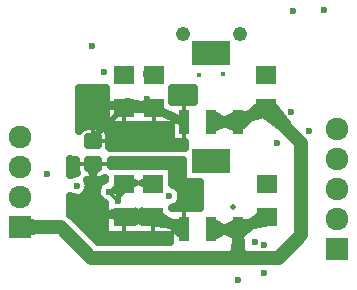
<source format=gbr>
G04 DipTrace 4.3.0.3*
G04 GBL.gbr*
%MOMM*%
G04 #@! TF.FileFunction,Copper,L4,Bot*
G04 #@! TF.Part,Single*
%AMOUTLINE6*
4,1,28,
-0.50303,0.64998,
0.50297,0.65002,
0.5669,0.64161,
0.62648,0.61693,
0.67763,0.57768,
0.71689,0.52653,
0.74156,0.46696,
0.74998,0.40303,
0.75002,-0.40297,
0.7416,-0.4669,
0.71693,-0.52647,
0.67768,-0.57763,
0.62652,-0.61688,
0.56695,-0.64156,
0.50303,-0.64998,
-0.50297,-0.65002,
-0.5669,-0.64161,
-0.62648,-0.61693,
-0.67763,-0.57768,
-0.71689,-0.52653,
-0.74156,-0.46696,
-0.74998,-0.40303,
-0.75002,0.40297,
-0.7416,0.4669,
-0.71693,0.52647,
-0.67768,0.57763,
-0.62652,0.61688,
-0.56695,0.64156,
-0.50303,0.64998,
0*%
G04 #@! TA.AperFunction,ViaPad*
%ADD16C,0.45*%
G04 #@! TA.AperFunction,Conductor*
%ADD17C,0.8*%
G04 #@! TA.AperFunction,ViaPad*
%ADD18C,0.5*%
G04 #@! TA.AperFunction,Conductor*
%ADD19C,0.35*%
%ADD20C,1.2*%
%ADD21C,0.95*%
G04 #@! TA.AperFunction,CopperBalancing*
%ADD22C,0.635*%
%ADD23C,0.33*%
G04 #@! TA.AperFunction,ComponentPad*
%ADD25R,1.92X1.92*%
%ADD26C,1.92*%
%ADD27R,1.8X1.6*%
%ADD29R,0.95X2.15*%
%ADD30R,3.25X2.15*%
G04 #@! TA.AperFunction,ComponentPad*
%ADD31C,1.2192*%
G04 #@! TA.AperFunction,ViaPad*
%ADD32C,0.6*%
%ADD51OUTLINE6*%
%FSLAX35Y35*%
G04*
G71*
G90*
G75*
G01*
G04 Bottom*
%LPD*%
G36*
X2467860Y1615477D2*
X2527500Y1615397D1*
X2531967Y1613780D1*
Y1465367D1*
X2527500Y1466987D1*
X2438390Y1541103D1*
X2467860Y1615477D1*
G37*
G36*
X2459643Y1532680D2*
X2296253Y1555000D1*
X2287887Y1558313D1*
X2391637Y1673823D1*
X2400003Y1670507D1*
X2489113Y1607057D1*
X2459643Y1532680D1*
G37*
X2575000Y1530000D2*
D17*
X2334137Y1625437D1*
X2310003Y1635000D1*
G36*
X2240000Y1595000D2*
X2160000Y1554997D1*
X2080000Y1635000D1*
X2160000Y1715003D1*
X2240000Y1675000D1*
Y1595000D1*
G37*
G36*
X2140003Y1675000D2*
X2220003Y1715000D1*
X2310003Y1635000D1*
X2229003Y1555000D1*
X2220003D1*
X2140003Y1595000D1*
Y1675000D1*
G37*
X2070000Y1635000D2*
D17*
X2140000D1*
X2310003D1*
G36*
X1780000Y1970000D2*
X1755000Y2020000D1*
Y2026500D1*
X1855000D1*
Y2020000D1*
X1830000Y1970000D1*
X1780000D1*
G37*
G36*
X1930000Y1695000D2*
X1980000Y1700323D1*
X1988663Y1697883D1*
Y1604130D1*
X1980000Y1606573D1*
X1930000Y1645000D1*
Y1695000D1*
G37*
X1805000Y2085000D2*
D18*
Y1790000D1*
X1925000Y1670000D1*
X2035000D1*
X2070000Y1635000D1*
X2140000Y1625000D2*
D17*
Y1635000D1*
X2330000Y1615000D2*
X2334137Y1625437D1*
G36*
X3100717Y1601683D2*
X3190003Y1668810D1*
X3198277Y1672353D1*
X3301637Y1558547D1*
X3293363Y1555000D1*
X3132230Y1528150D1*
X3100717Y1601683D1*
G37*
G36*
X3171790Y1545103D2*
X3082500Y1466947D1*
X3078080Y1465207D1*
Y1615053D1*
X3082500Y1616793D1*
X3140277Y1618637D1*
X3171790Y1545103D1*
G37*
X3280003Y1635000D2*
D17*
X3035000Y1530000D1*
G36*
X2907500Y1570000D2*
X2987500Y1610000D1*
X2992250D1*
Y1450000D1*
X2987500D1*
X2907500Y1490000D1*
Y1570000D1*
G37*
G36*
X2932500Y1490000D2*
X2852500Y1450000D1*
X2847750D1*
Y1610000D1*
X2852500D1*
X2932500Y1570000D1*
Y1490000D1*
G37*
X3035000Y1530000D2*
D17*
X2805000D1*
G36*
X3090560Y2513283D2*
X3180000Y2590977D1*
X3188017Y2595070D1*
X3297820Y2484093D1*
X3289803Y2480000D1*
X3126943Y2442037D1*
X3090560Y2513283D1*
G37*
G36*
X3171940Y2465013D2*
X3082500Y2379947D1*
X3078190Y2377950D1*
Y2528563D1*
X3082500Y2530560D1*
X3135557Y2536263D1*
X3171940Y2465013D1*
G37*
X3270000Y2560000D2*
D17*
X3035000Y2440000D1*
G36*
X2907500Y2480000D2*
X2987500Y2520000D1*
X2992250D1*
Y2360000D1*
X2987500D1*
X2907500Y2400000D1*
Y2480000D1*
G37*
G36*
X2932500Y2400000D2*
X2852500Y2360000D1*
X2847750D1*
Y2520000D1*
X2852500D1*
X2932500Y2480000D1*
Y2400000D1*
G37*
X3035000Y2440000D2*
D17*
X2805000D1*
G36*
X1338600Y1490000D2*
X1281000Y1482800D1*
X1271400D1*
Y1617200D1*
X1281000D1*
X1338600Y1610000D1*
Y1490000D1*
G37*
G36*
X3392427Y2352720D2*
X3223383Y2480000D1*
X3217727Y2485657D1*
X3354343Y2598993D1*
X3360000Y2593337D1*
X3477280Y2437573D1*
X3392427Y2352720D1*
G37*
X1185000Y1550000D2*
D20*
X1530000D1*
X1790000Y1290000D1*
X3035000D1*
X3375000D1*
X3565000Y1480000D1*
Y2265000D1*
X3270000Y2560000D1*
G36*
X2987633Y1533533D2*
X2975167Y1366967D1*
Y1362217D1*
X3094833D1*
Y1366967D1*
X3082367Y1533533D1*
X2987633D1*
G37*
G36*
X3035000Y1230000D2*
X2962500Y1350000D1*
X2964457Y1350153D1*
X2966363Y1350613D1*
X2968173Y1351363D1*
X2969847Y1352387D1*
X2971340Y1353660D1*
X2972613Y1355153D1*
X2973637Y1356827D1*
X2974387Y1358637D1*
X2974847Y1360543D1*
X2975000Y1362500D1*
X3095000D1*
X3095153Y1360543D1*
X3095613Y1358637D1*
X3096363Y1356827D1*
X3097387Y1355153D1*
X3098660Y1353660D1*
X3100153Y1352387D1*
X3101827Y1351363D1*
X3103637Y1350613D1*
X3105543Y1350153D1*
X3107500Y1350000D1*
X3035000Y1230000D1*
G37*
Y1530000D2*
D21*
Y1362500D1*
D20*
Y1290000D1*
G36*
X1998433Y1816317D2*
X2019700Y1800000D1*
X2021820Y1797877D1*
X1992123Y1768180D1*
X1990000Y1770300D1*
X1973683Y1791567D1*
X1998433Y1816317D1*
G37*
G36*
X1961567Y1803683D2*
X1940300Y1820000D1*
X1938180Y1822123D1*
X1967877Y1851820D1*
X1970000Y1849700D1*
X1986317Y1828433D1*
X1961567Y1803683D1*
G37*
X2020000Y1770000D2*
D19*
X1940000Y1850000D1*
G36*
X2037500Y1818000D2*
X2041000Y1791423D1*
Y1788423D1*
X1999000D1*
Y1791423D1*
X2002500Y1818000D1*
X2037500D1*
G37*
G36*
X2048683Y1933433D2*
X2065000Y1954700D1*
X2067123Y1956820D1*
X2096820Y1927123D1*
X2094700Y1925000D1*
X2073433Y1908683D1*
X2048683Y1933433D1*
G37*
G36*
X2002500Y1800000D2*
X2006627Y1835000D1*
X2010180Y1842170D1*
X2077257D1*
X2073707Y1835000D1*
X2037500Y1800000D1*
X2002500D1*
G37*
X2020000Y1770000D2*
D19*
Y1880000D1*
X2095000Y1955000D1*
G36*
X2187000Y1942500D2*
X2213577Y1946000D1*
X2216577D1*
Y1904000D1*
X2213577D1*
X2187000Y1907500D1*
Y1942500D1*
G37*
G36*
X2117020Y1909423D2*
X2099117Y1925283D1*
X2097230Y1927617D1*
X2122907Y1960853D1*
X2124793Y1958520D1*
X2133830Y1942500D1*
X2117020Y1909423D1*
G37*
G36*
X2184997Y1942500D2*
X2219997Y1954997D1*
X2228957Y1954167D1*
X2228960Y1886260D1*
X2219997Y1887090D1*
X2184997Y1907500D1*
Y1942500D1*
G37*
G36*
X2195000Y1907500D2*
X2160000Y1887090D1*
X2151040Y1886260D1*
Y1954167D1*
X2160000Y1954997D1*
X2195000Y1942500D1*
Y1907500D1*
G37*
X2235000Y1925000D2*
D19*
X2125000D1*
X2095000Y1955000D1*
G36*
X1988000Y1832500D2*
X1961423Y1829000D1*
X1958423D1*
Y1871000D1*
X1961423D1*
X1988000Y1867500D1*
Y1832500D1*
G37*
G36*
X1945000Y1867500D2*
X1980000Y1907930D1*
X1987800Y1912420D1*
Y1843623D1*
X1980000Y1839133D1*
X1945000Y1832500D1*
Y1867500D1*
G37*
G36*
X2013303Y1848833D2*
X2007627Y1877373D1*
X2062250Y1897500D1*
X2057747Y1892627D1*
X2053637Y1887417D1*
X2049950Y1881900D1*
X2046710Y1876113D1*
X2043933Y1870087D1*
X2041637Y1863863D1*
X2039833Y1857477D1*
X2038540Y1850970D1*
X2037760Y1844380D1*
X2037500Y1837750D1*
X2013303Y1848833D1*
G37*
X1940000Y1850000D2*
D19*
X2005000D1*
X2070000Y1915000D1*
G36*
X2283000Y1907500D2*
X2256423Y1904000D1*
X2253423D1*
Y1946000D1*
X2256423D1*
X2283000Y1942500D1*
Y1907500D1*
G37*
X2235000Y1925000D2*
D19*
X2299997D1*
X2309997Y1915000D1*
G36*
X2819897Y2149647D2*
X2848473Y2164010D1*
X2851413Y2164597D1*
X2863403Y2124343D1*
X2860463Y2123757D1*
X2844647Y2124897D1*
X2819897Y2149647D1*
G37*
X2875000Y2150000D2*
D19*
X2845000D1*
X2805000Y2110000D1*
X3285000Y1940000D2*
Y1920003D1*
X3279997Y1915000D1*
G36*
X2769740Y2959993D2*
X2742790Y2943697D1*
X2739953Y2942717D1*
X2724023Y2981580D1*
X2726860Y2982557D1*
X2744993Y2984740D1*
X2769740Y2959993D1*
G37*
X2715000Y2955000D2*
D19*
X2740000D1*
X2805000Y3020000D1*
X3260000Y2845000D2*
X3265000D1*
X3270000Y2840000D1*
G36*
X2303000Y2827500D2*
X2276423Y2824000D1*
X2273423D1*
Y2866000D1*
X2276423D1*
X2303000Y2862500D1*
Y2827500D1*
G37*
X2255000Y2845000D2*
D19*
X2315000D1*
X2320000Y2840000D1*
G36*
X2052627Y2852373D2*
X2066447Y2864203D1*
X2069320Y2865063D1*
X2088103Y2827497D1*
X2085230Y2826637D1*
X2077373Y2827627D1*
X2052627Y2852373D1*
G37*
X2095000Y2855000D2*
D19*
X2080000D1*
X2065000Y2840000D1*
G36*
X2057627Y1927373D2*
X2065837Y1947963D1*
X2067367Y1950543D1*
X2102983Y1928283D1*
X2101453Y1925703D1*
X2082373Y1902627D1*
X2057627Y1927373D1*
G37*
X2095000Y1955000D2*
D19*
Y1940000D1*
X2070000Y1915000D1*
X2575000Y2440000D2*
D17*
X2320000Y2560000D1*
X2065000D1*
X1805000Y2275000D2*
D18*
Y2300000D1*
X2065000Y2560000D1*
X1900000Y2595000D2*
X2010000D1*
D19*
X2030000D1*
X2065000Y2560000D1*
X2100000Y2620000D2*
Y2595000D1*
X2065000Y2560000D1*
X2260000Y2630000D2*
Y2620000D1*
X2320000Y2560000D1*
X2010000Y2595000D2*
D3*
X2175000Y2600000D2*
X2120000D1*
X2100000Y2620000D1*
X2035000D1*
X2010000Y2595000D1*
X1900000D2*
X2010000D1*
X2360000Y2610000D2*
X2280000D1*
X2260000Y2630000D1*
X2175000Y2600000D2*
X2230000D1*
X2260000Y2630000D1*
D16*
X2705000Y2840000D3*
X2905000Y2845000D3*
D32*
X2260000Y2630000D3*
X2100000Y2620000D3*
X1900000Y2595000D3*
X2360000Y2610000D3*
X2175000Y2600000D3*
X2010000Y2595000D3*
X1790000Y1655000D3*
X1755000Y1730000D3*
X1685000Y1735000D3*
X1605000Y1755000D3*
X1915000Y1430000D3*
X2015000Y1425000D3*
X1620000Y1695000D3*
X1695000Y1655000D3*
X2135000Y1415000D3*
X2140000Y1625000D3*
X3255000Y1395000D3*
X3180000Y1425000D3*
X3480000Y2520000D3*
X1840000Y1485000D3*
X2330000Y1615000D3*
X2575000Y1470000D3*
X3760000Y3385000D3*
X3500000Y3375000D3*
X1800000Y3080000D3*
X1900000Y2865000D3*
X2095000Y2855000D3*
X2255000Y2845000D3*
X3630000Y2360000D3*
X3360000Y2260000D3*
X3250000Y1160000D3*
X3035000Y1105000D3*
D18*
X2990000Y1715000D3*
D32*
X2095000Y1955000D3*
X1940000Y1850000D3*
X1665000Y1900000D3*
X1415000Y1995000D3*
X2020000Y1770000D3*
X2450000Y1810000D3*
X2875000Y2150000D3*
X2720000Y2160000D3*
X2715000Y2050000D3*
X2875000Y2045000D3*
X3285000Y1940000D3*
X3260000Y2845000D3*
X2910000Y3075000D3*
X2720000D3*
X2715000Y2955000D3*
X2905000D3*
X2235000Y1925000D3*
X1688123Y2665083D2*
D22*
X1905887D1*
X2479087D2*
X2656880D1*
X1688123Y2601917D2*
X1905887D1*
X1688123Y2538750D2*
X1905887D1*
X1688123Y2475583D2*
X1905887D1*
X1688123Y2412417D2*
X2458410D1*
X1942237Y2349250D2*
X2458410D1*
X1949120Y2286083D2*
X2458410D1*
X1948300Y2222917D2*
X2573390D1*
X1749567Y2402600D2*
X1741823Y2401797D1*
X1734193Y2400313D1*
X1726723Y2398153D1*
X1719473Y2395343D1*
X1712503Y2391897D1*
X1705867Y2387847D1*
X1699617Y2383223D1*
X1693800Y2378060D1*
X1688467Y2372403D1*
X1683657Y2366293D1*
X1681750Y2363533D1*
X1681733Y2728250D1*
X1912250Y2728263D1*
Y2417250D1*
X2464750Y2417247D1*
Y2269750D1*
X2579750Y2269753D1*
X2579733Y2221750D1*
X1952717D1*
X1942130Y2224313D1*
X1942710Y2232073D1*
X1942750Y2245017D1*
X1942713Y2317810D1*
X1942147Y2325563D1*
X1940890Y2333237D1*
X1938960Y2340770D1*
X1936367Y2348100D1*
X1933133Y2355170D1*
X1929283Y2361927D1*
X1924850Y2368313D1*
X1919867Y2374280D1*
X1914373Y2379783D1*
X1908410Y2384773D1*
X1902030Y2389217D1*
X1895280Y2393077D1*
X1888213Y2396320D1*
X1880887Y2398923D1*
X1873357Y2400867D1*
X1865687Y2402130D1*
X1857927Y2402710D1*
X1847440Y2402750D1*
X1754807D1*
X1749567Y2402600D1*
X2472747Y2610250D2*
X2663243D1*
X2663250Y2728247D1*
X2472740Y2728250D1*
X2472727Y2697250D1*
X2472750Y2656083D1*
Y2610243D1*
X2575000Y2269840D2*
D23*
Y2610160D1*
Y2440000D2*
X2464813D1*
X2065000Y2417183D2*
Y2560000D1*
X1912340D1*
X2320000Y2417183D2*
Y2560000D1*
X1805000Y2402767D2*
Y2275000D1*
X1942790D1*
X1618123Y2105083D2*
D22*
X1650630D1*
X1959373D2*
X2563137D1*
X1618123Y2041917D2*
X1650677D1*
X2479360D2*
X2563137D1*
X2479360Y1978750D2*
X2563137D1*
X1773163Y1915583D2*
X1854207D1*
X2479360D2*
X2706920D1*
X1762727Y1852417D2*
X1830643D1*
X2550227D2*
X2706920D1*
X1618123Y1789250D2*
X1850470D1*
X2557243D2*
X2706920D1*
X1618123Y1726083D2*
X1900643D1*
X2516090D2*
X2706920D1*
X1618123Y1662917D2*
X1900643D1*
X1674723Y1599750D2*
X1900643D1*
X1737890Y1536583D2*
X1900643D1*
X1801053Y1473417D2*
X2448110D1*
X2707813Y1710520D2*
X2713260D1*
X2713250Y1929503D1*
X2569480Y1929480D1*
Y2116990D1*
X1953027Y2116980D1*
X1953020Y2068013D1*
X2473017Y2068020D1*
Y1910407D1*
X2482737Y1907680D1*
X2487127Y1906097D1*
X2507580Y1895427D1*
X2525143Y1880473D1*
X2538943Y1861983D1*
X2548280Y1840890D1*
X2552690Y1818247D1*
X2553020Y1810000D1*
X2550390Y1786867D1*
X2542723Y1765107D1*
X2530410Y1745600D1*
X2514063Y1729320D1*
X2494503Y1717090D1*
X2490250Y1715170D1*
X2485917Y1713443D1*
X2481507Y1711917D1*
X2476753Y1710520D1*
X2707813D1*
X2454480Y1423027D2*
Y1481983D1*
X1906980Y1481980D1*
Y1752417D1*
X1898957Y1755510D1*
X1878960Y1767010D1*
X1862023Y1782677D1*
X1848997Y1801713D1*
X1840533Y1823177D1*
X1837060Y1845980D1*
X1838747Y1868990D1*
X1845510Y1891043D1*
X1857010Y1911040D1*
X1872677Y1927977D1*
X1891713Y1941003D1*
X1906993Y1947030D1*
X1906980Y1961750D1*
X1900013Y1957810D1*
X1892963Y1954530D1*
X1885673Y1951820D1*
X1878193Y1949700D1*
X1870567Y1948180D1*
X1862847Y1947270D1*
X1855300Y1946980D1*
X1756687D1*
X1757910Y1944503D1*
X1765483Y1922713D1*
X1768020Y1900000D1*
X1765390Y1876867D1*
X1757723Y1855107D1*
X1745410Y1835600D1*
X1729063Y1819320D1*
X1709503Y1807090D1*
X1687713Y1799517D1*
X1664783Y1796980D1*
X1641867Y1799610D1*
X1620107Y1807277D1*
X1611743Y1812557D1*
X1611750Y1654927D1*
X1624060Y1644060D1*
X1845083Y1423037D1*
X2326390Y1423020D1*
X2454470D1*
X1611750Y2127790D2*
X1611767Y1987453D1*
X1620497Y1992910D1*
X1642287Y2000483D1*
X1665217Y2003020D1*
X1666357Y2002890D1*
X1663103Y2010653D1*
X1660687Y2018043D1*
X1658863Y2025603D1*
X1657650Y2033283D1*
X1657050Y2041037D1*
X1656980Y2044700D1*
Y2116980D1*
X1650000D1*
X1627040Y2120687D1*
X1611750Y2127790D1*
X2575000Y1530000D2*
D23*
Y1710430D1*
X2310007Y1481913D2*
X2310003Y1635000D1*
X2070000Y1481913D2*
Y1635000D1*
X1907070D1*
X1805000Y2085000D2*
Y1946903D1*
X1657060Y2085000D2*
X1952940D1*
D25*
X3870009Y1360000D3*
D26*
X3870005Y1614000D3*
X3870000Y1868000D3*
X3869995Y2122000D3*
X3869991Y2376000D3*
D27*
X3280004Y1635000D3*
X3279996Y1915000D3*
X2310004Y1635000D3*
X2309996Y1915000D3*
X2070000Y1635000D3*
Y1915000D3*
X3270000Y2560000D3*
Y2840000D3*
X2065000Y2560000D3*
Y2840000D3*
X2320000Y2560000D3*
Y2840000D3*
D51*
X1805000Y2275000D3*
Y2085000D3*
D29*
X3035000Y2440000D3*
X2805000D3*
X2575000D3*
D30*
X2805000Y3020000D3*
D29*
X3035000Y1530000D3*
X2805000D3*
X2575000D3*
D30*
X2805000Y2110000D3*
D25*
X1185000Y1550000D3*
D26*
Y1804000D3*
Y2058000D3*
Y2312000D3*
D31*
X2568700Y3180000D3*
X3051300D3*
M02*

</source>
